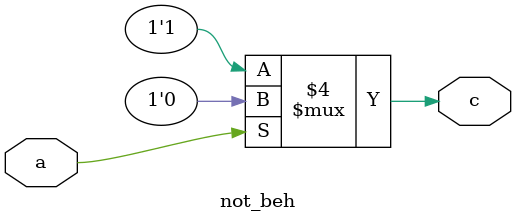
<source format=v>

module not_gate_s(a,y);
input a;
output y;

not(y,a);
                
endmodule


//NOT gate using data flow modeling
module not_gate_d(a,y);
input a;
output y;

assign y = ~a;
                
endmodule


//NOT gate using behavioural modeling
module not_beh(c,a);
input a;
output c;
reg c;
always@(a)
begin
if (a==0)
c=1;
else
c=0;
end
endmodule

</source>
